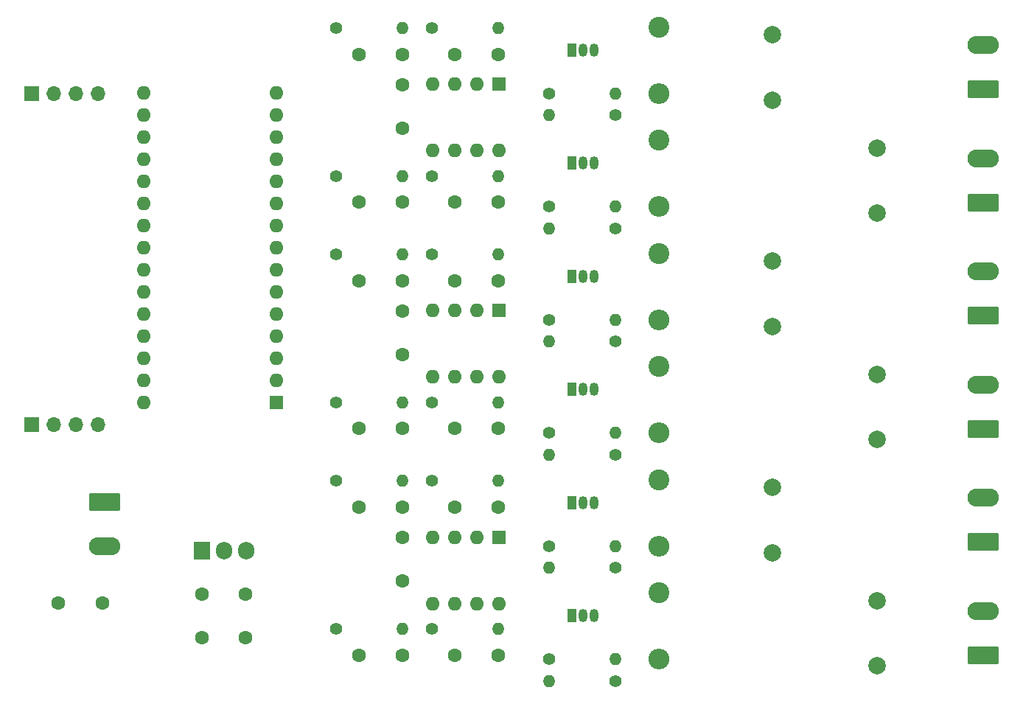
<source format=gbr>
%TF.GenerationSoftware,KiCad,Pcbnew,(6.0.7)*%
%TF.CreationDate,2023-02-09T09:46:21+02:00*%
%TF.ProjectId,Lamps_Type5,4c616d70-735f-4547-9970-65352e6b6963,rev?*%
%TF.SameCoordinates,Original*%
%TF.FileFunction,Soldermask,Bot*%
%TF.FilePolarity,Negative*%
%FSLAX46Y46*%
G04 Gerber Fmt 4.6, Leading zero omitted, Abs format (unit mm)*
G04 Created by KiCad (PCBNEW (6.0.7)) date 2023-02-09 09:46:21*
%MOMM*%
%LPD*%
G01*
G04 APERTURE LIST*
G04 Aperture macros list*
%AMRoundRect*
0 Rectangle with rounded corners*
0 $1 Rounding radius*
0 $2 $3 $4 $5 $6 $7 $8 $9 X,Y pos of 4 corners*
0 Add a 4 corners polygon primitive as box body*
4,1,4,$2,$3,$4,$5,$6,$7,$8,$9,$2,$3,0*
0 Add four circle primitives for the rounded corners*
1,1,$1+$1,$2,$3*
1,1,$1+$1,$4,$5*
1,1,$1+$1,$6,$7*
1,1,$1+$1,$8,$9*
0 Add four rect primitives between the rounded corners*
20,1,$1+$1,$2,$3,$4,$5,0*
20,1,$1+$1,$4,$5,$6,$7,0*
20,1,$1+$1,$6,$7,$8,$9,0*
20,1,$1+$1,$8,$9,$2,$3,0*%
G04 Aperture macros list end*
%ADD10C,1.600000*%
%ADD11C,2.400000*%
%ADD12O,2.400000X2.400000*%
%ADD13O,1.905000X2.000000*%
%ADD14R,1.905000X2.000000*%
%ADD15R,1.600000X1.600000*%
%ADD16O,1.600000X1.600000*%
%ADD17C,1.400000*%
%ADD18O,1.400000X1.400000*%
%ADD19R,1.050000X1.500000*%
%ADD20O,1.050000X1.500000*%
%ADD21RoundRect,0.249999X1.550001X-0.790001X1.550001X0.790001X-1.550001X0.790001X-1.550001X-0.790001X0*%
%ADD22O,3.600000X2.080000*%
%ADD23R,1.700000X1.700000*%
%ADD24O,1.700000X1.700000*%
%ADD25RoundRect,0.249999X-1.550001X0.790001X-1.550001X-0.790001X1.550001X-0.790001X1.550001X0.790001X0*%
%ADD26C,2.000000*%
G04 APERTURE END LIST*
D10*
%TO.C,C23*%
X153000000Y-112500000D03*
X158000000Y-112500000D03*
%TD*%
%TO.C,C3*%
X192500000Y-110000000D03*
X192500000Y-105000000D03*
%TD*%
%TO.C,C2*%
X192500000Y-84000000D03*
X192500000Y-79000000D03*
%TD*%
%TO.C,C1*%
X192500000Y-58000000D03*
X192500000Y-53000000D03*
%TD*%
D11*
%TO.C,R30*%
X222000000Y-111380000D03*
D12*
X222000000Y-119000000D03*
%TD*%
D11*
%TO.C,R29*%
X222000000Y-98380000D03*
D12*
X222000000Y-106000000D03*
%TD*%
D11*
%TO.C,R20*%
X222000000Y-85380000D03*
D12*
X222000000Y-93000000D03*
%TD*%
D11*
%TO.C,R19*%
X222000000Y-72380000D03*
D12*
X222000000Y-80000000D03*
%TD*%
%TO.C,R18*%
X222000000Y-67000000D03*
D11*
X222000000Y-59380000D03*
%TD*%
D12*
%TO.C,R17*%
X222000000Y-54000000D03*
D11*
X222000000Y-46380000D03*
%TD*%
D13*
%TO.C,U7*%
X174540000Y-106500000D03*
X172000000Y-106500000D03*
D14*
X169460000Y-106500000D03*
%TD*%
D15*
%TO.C,U3*%
X203620000Y-105000000D03*
D16*
X201080000Y-105000000D03*
X198540000Y-105000000D03*
X196000000Y-105000000D03*
X196000000Y-112620000D03*
X198540000Y-112620000D03*
X201080000Y-112620000D03*
X203620000Y-112620000D03*
%TD*%
D15*
%TO.C,U2*%
X203620000Y-78880000D03*
D16*
X201080000Y-78880000D03*
X198540000Y-78880000D03*
X196000000Y-78880000D03*
X196000000Y-86500000D03*
X198540000Y-86500000D03*
X201080000Y-86500000D03*
X203620000Y-86500000D03*
%TD*%
%TO.C,U1*%
X203620000Y-60500000D03*
X201080000Y-60500000D03*
X198540000Y-60500000D03*
X196000000Y-60500000D03*
X196000000Y-52880000D03*
X198540000Y-52880000D03*
X201080000Y-52880000D03*
D15*
X203620000Y-52880000D03*
%TD*%
D17*
%TO.C,R28*%
X217000000Y-121500000D03*
D18*
X209380000Y-121500000D03*
%TD*%
D17*
%TO.C,R27*%
X209380000Y-119000000D03*
D18*
X217000000Y-119000000D03*
%TD*%
D17*
%TO.C,R26*%
X217000000Y-108500000D03*
D18*
X209380000Y-108500000D03*
%TD*%
D17*
%TO.C,R25*%
X209380000Y-106000000D03*
D18*
X217000000Y-106000000D03*
%TD*%
%TO.C,R24*%
X203500000Y-115500000D03*
D17*
X195880000Y-115500000D03*
%TD*%
D18*
%TO.C,R23*%
X203500000Y-98500000D03*
D17*
X195880000Y-98500000D03*
%TD*%
D18*
%TO.C,R22*%
X192500000Y-115500000D03*
D17*
X184880000Y-115500000D03*
%TD*%
D18*
%TO.C,R21*%
X192500000Y-98500000D03*
D17*
X184880000Y-98500000D03*
%TD*%
D18*
%TO.C,R16*%
X209380000Y-95500000D03*
D17*
X217000000Y-95500000D03*
%TD*%
%TO.C,R15*%
X209380000Y-93000000D03*
D18*
X217000000Y-93000000D03*
%TD*%
D17*
%TO.C,R14*%
X217000000Y-82500000D03*
D18*
X209380000Y-82500000D03*
%TD*%
D17*
%TO.C,R13*%
X209380000Y-80000000D03*
D18*
X217000000Y-80000000D03*
%TD*%
D17*
%TO.C,R12*%
X217000000Y-69500000D03*
D18*
X209380000Y-69500000D03*
%TD*%
D17*
%TO.C,R11*%
X209380000Y-67000000D03*
D18*
X217000000Y-67000000D03*
%TD*%
D17*
%TO.C,R10*%
X217000000Y-56500000D03*
D18*
X209380000Y-56500000D03*
%TD*%
D17*
%TO.C,R9*%
X209380000Y-54000000D03*
D18*
X217000000Y-54000000D03*
%TD*%
D17*
%TO.C,R8*%
X195880000Y-89500000D03*
D18*
X203500000Y-89500000D03*
%TD*%
%TO.C,R7*%
X203500000Y-72500000D03*
D17*
X195880000Y-72500000D03*
%TD*%
D18*
%TO.C,R6*%
X203500000Y-63500000D03*
D17*
X195880000Y-63500000D03*
%TD*%
%TO.C,R5*%
X195880000Y-46500000D03*
D18*
X203500000Y-46500000D03*
%TD*%
D17*
%TO.C,R4*%
X184880000Y-89500000D03*
D18*
X192500000Y-89500000D03*
%TD*%
%TO.C,R3*%
X192500000Y-72500000D03*
D17*
X184880000Y-72500000D03*
%TD*%
D18*
%TO.C,R2*%
X192500000Y-63500000D03*
D17*
X184880000Y-63500000D03*
%TD*%
%TO.C,R1*%
X184880000Y-46500000D03*
D18*
X192500000Y-46500000D03*
%TD*%
D19*
%TO.C,Q6*%
X211960000Y-114000000D03*
D20*
X213230000Y-114000000D03*
X214500000Y-114000000D03*
%TD*%
D19*
%TO.C,Q5*%
X211960000Y-101000000D03*
D20*
X213230000Y-101000000D03*
X214500000Y-101000000D03*
%TD*%
D19*
%TO.C,Q4*%
X211960000Y-88000000D03*
D20*
X213230000Y-88000000D03*
X214500000Y-88000000D03*
%TD*%
D19*
%TO.C,Q3*%
X211960000Y-75000000D03*
D20*
X213230000Y-75000000D03*
X214500000Y-75000000D03*
%TD*%
D19*
%TO.C,Q2*%
X211960000Y-62000000D03*
D20*
X213230000Y-62000000D03*
X214500000Y-62000000D03*
%TD*%
D19*
%TO.C,Q1*%
X211960000Y-49000000D03*
D20*
X213230000Y-49000000D03*
X214500000Y-49000000D03*
%TD*%
D21*
%TO.C,J9*%
X259222500Y-118540000D03*
D22*
X259222500Y-113460000D03*
%TD*%
D21*
%TO.C,J8*%
X259222500Y-105540000D03*
D22*
X259222500Y-100460000D03*
%TD*%
D21*
%TO.C,J7*%
X259222500Y-92540000D03*
D22*
X259222500Y-87460000D03*
%TD*%
D21*
%TO.C,J6*%
X259222500Y-79540000D03*
D22*
X259222500Y-74460000D03*
%TD*%
D21*
%TO.C,J5*%
X259222500Y-66540000D03*
D22*
X259222500Y-61460000D03*
%TD*%
D21*
%TO.C,J4*%
X259222500Y-53540000D03*
D22*
X259222500Y-48460000D03*
%TD*%
D23*
%TO.C,J3*%
X149920000Y-54000000D03*
D24*
X152460000Y-54000000D03*
X155000000Y-54000000D03*
X157540000Y-54000000D03*
%TD*%
D23*
%TO.C,J2*%
X149920000Y-92000000D03*
D24*
X152460000Y-92000000D03*
X155000000Y-92000000D03*
X157540000Y-92000000D03*
%TD*%
D25*
%TO.C,J1*%
X158277500Y-100960000D03*
D22*
X158277500Y-106040000D03*
%TD*%
D10*
%TO.C,C26*%
X174500000Y-116500000D03*
X174500000Y-111500000D03*
%TD*%
D26*
%TO.C,C25*%
X247000000Y-119750000D03*
X247000000Y-112250000D03*
%TD*%
%TO.C,C24*%
X235000000Y-106750000D03*
X235000000Y-99250000D03*
%TD*%
D10*
%TO.C,C22*%
X203500000Y-118500000D03*
X198500000Y-118500000D03*
%TD*%
%TO.C,C21*%
X198500000Y-101500000D03*
X203500000Y-101500000D03*
%TD*%
%TO.C,C20*%
X187500000Y-118500000D03*
X192500000Y-118500000D03*
%TD*%
%TO.C,C19*%
X187500000Y-101500000D03*
X192500000Y-101500000D03*
%TD*%
D26*
%TO.C,C18*%
X247000000Y-93750000D03*
X247000000Y-86250000D03*
%TD*%
%TO.C,C17*%
X235000000Y-80750000D03*
X235000000Y-73250000D03*
%TD*%
%TO.C,C16*%
X247000000Y-60250000D03*
X247000000Y-67750000D03*
%TD*%
%TO.C,C15*%
X235000000Y-47250000D03*
X235000000Y-54750000D03*
%TD*%
D10*
%TO.C,C13*%
X203500000Y-92500000D03*
X198500000Y-92500000D03*
%TD*%
%TO.C,C12*%
X198500000Y-75500000D03*
X203500000Y-75500000D03*
%TD*%
%TO.C,C11*%
X198500000Y-66500000D03*
X203500000Y-66500000D03*
%TD*%
%TO.C,C10*%
X203500000Y-49500000D03*
X198500000Y-49500000D03*
%TD*%
%TO.C,C8*%
X192500000Y-92500000D03*
X187500000Y-92500000D03*
%TD*%
%TO.C,C7*%
X187500000Y-75500000D03*
X192500000Y-75500000D03*
%TD*%
%TO.C,C6*%
X187500000Y-66500000D03*
X192500000Y-66500000D03*
%TD*%
%TO.C,C5*%
X192500000Y-49500000D03*
X187500000Y-49500000D03*
%TD*%
%TO.C,C4*%
X169500000Y-111500000D03*
X169500000Y-116500000D03*
%TD*%
D15*
%TO.C,A1*%
X178000000Y-89500000D03*
D16*
X178000000Y-86960000D03*
X178000000Y-84420000D03*
X178000000Y-81880000D03*
X178000000Y-79340000D03*
X178000000Y-76800000D03*
X178000000Y-74260000D03*
X178000000Y-71720000D03*
X178000000Y-69180000D03*
X178000000Y-66640000D03*
X178000000Y-64100000D03*
X178000000Y-61560000D03*
X178000000Y-59020000D03*
X178000000Y-56480000D03*
X178000000Y-53940000D03*
X162760000Y-53940000D03*
X162760000Y-56480000D03*
X162760000Y-59020000D03*
X162760000Y-61560000D03*
X162760000Y-64100000D03*
X162760000Y-66640000D03*
X162760000Y-69180000D03*
X162760000Y-71720000D03*
X162760000Y-74260000D03*
X162760000Y-76800000D03*
X162760000Y-79340000D03*
X162760000Y-81880000D03*
X162760000Y-84420000D03*
X162760000Y-86960000D03*
X162760000Y-89500000D03*
%TD*%
M02*

</source>
